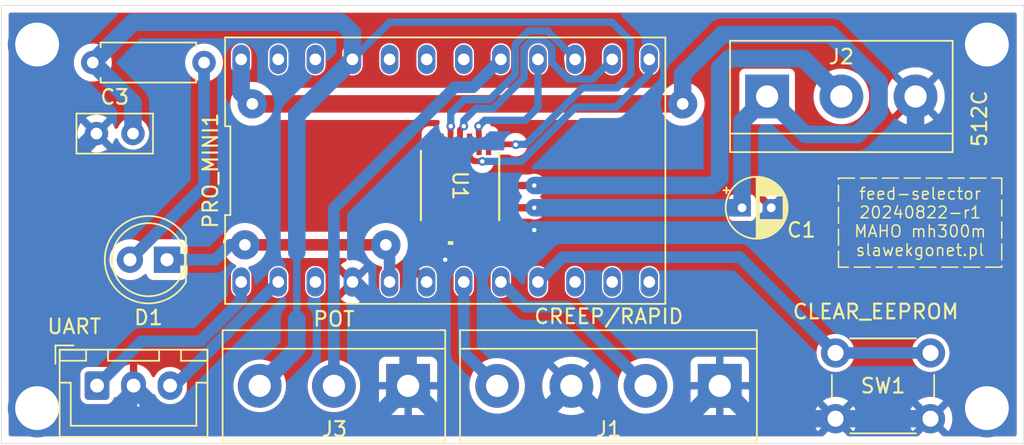
<source format=kicad_pcb>
(kicad_pcb (version 20240108) (generator "pcbnew") (generator_version "8.0")
  (layers (0 "F.Cu" signal) (31 "B.Cu" signal) (34 "B.Paste" user) (35 "F.Paste" user) (36 "B.SilkS" user "B.Silkscreen") (37 "F.SilkS" user "F.Silkscreen") (38 "B.Mask" user) (39 "F.Mask" user) (44 "Edge.Cuts" user))
  (net 0 "")
  (net 10 "Net-(J4-Pin_1)")
  (net 11 "Net-(J4-Pin_3)")
  (net 12 "GND")
  (net 13 "+3.3V")
  (net 14 "Net-(D1-K)")
  (net 15 "Net-(D1-A)")
  (net 16 "Net-(J1-Pin_4)")
  (net 17 "Net-(J1-Pin_2)")
  (net 18 "VOUT")
  (net 19 "Net-(J3-Pin_2)")
  (net 20 "Net-(PRO_MINI1-D12)")
  (net 21 "Net-(PRO_MINI1-D3)")
  (net 22 "Net-(PRO_MINI1-D11)")
  (net 23 "Net-(PRO_MINI1-D10)")
  (net 24 "Net-(PRO_MINI1-D6)")
  (net 25 "Net-(PRO_MINI1-D13)")
  (net 26 "+10V")
  (footprint "Capacitor_THT:CP_Radial_D4.0mm_P2.00mm" (layer "F.Cu") (at 76.2 54.356)
    (property "Reference" "C1" (at 4.064 1.524 0) (layer "F.SilkS"))
    (property "Value" "10uF 16V")
    (fp_line (start -1.269801 -1.195) (end -0.869801 -1.195) (stroke (width 0.12)) (layer "F.SilkS"))
    (fp_line (start -1.069801 -1.395) (end -1.069801 -0.995) (stroke (width 0.12)) (layer "F.SilkS"))
    (fp_line (start 1 -2.08) (end 1 2.08) (stroke (width 0.12)) (layer "F.SilkS"))
    (fp_line (start 1.04 -2.08) (end 1.04 2.08) (stroke (width 0.12)) (layer "F.SilkS"))
    (fp_line (start 1.08 -2.079) (end 1.08 2.079) (stroke (width 0.12)) (layer "F.SilkS"))
    (fp_line (start 1.12 -2.077) (end 1.12 2.077) (stroke (width 0.12)) (layer "F.SilkS"))
    (fp_line (start 1.16 -2.074) (end 1.16 2.074) (stroke (width 0.12)) (layer "F.SilkS"))
    (fp_line (start 1.2 -2.071) (end 1.2 -0.84) (stroke (width 0.12)) (layer "F.SilkS"))
    (fp_line (start 1.2 0.84) (end 1.2 2.071) (stroke (width 0.12)) (layer "F.SilkS"))
    (fp_line (start 1.24 -2.067) (end 1.24 -0.84) (stroke (width 0.12)) (layer "F.SilkS"))
    (fp_line (start 1.24 0.84) (end 1.24 2.067) (stroke (width 0.12)) (layer "F.SilkS"))
    (fp_line (start 1.28 -2.062) (end 1.28 -0.84) (stroke (width 0.12)) (layer "F.SilkS"))
    (fp_line (start 1.28 0.84) (end 1.28 2.062) (stroke (width 0.12)) (layer "F.SilkS"))
    (fp_line (start 1.32 -2.056) (end 1.32 -0.84) (stroke (width 0.12)) (layer "F.SilkS"))
    (fp_line (start 1.32 0.84) (end 1.32 2.056) (stroke (width 0.12)) (layer "F.SilkS"))
    (fp_line (start 1.36 -2.05) (end 1.36 -0.84) (stroke (width 0.12)) (layer "F.SilkS"))
    (fp_line (start 1.36 0.84) (end 1.36 2.05) (stroke (width 0.12)) (layer "F.SilkS"))
    (fp_line (start 1.4 -2.042) (end 1.4 -0.84) (stroke (width 0.12)) (layer "F.SilkS"))
    (fp_line (start 1.4 0.84) (end 1.4 2.042) (stroke (width 0.12)) (layer "F.SilkS"))
    (fp_line (start 1.44 -2.034) (end 1.44 -0.84) (stroke (width 0.12)) (layer "F.SilkS"))
    (fp_line (start 1.44 0.84) (end 1.44 2.034) (stroke (width 0.12)) (layer "F.SilkS"))
    (fp_line (start 1.48 -2.025) (end 1.48 -0.84) (stroke (width 0.12)) (layer "F.SilkS"))
    (fp_line (start 1.48 0.84) (end 1.48 2.025) (stroke (width 0.12)) (layer "F.SilkS"))
    (fp_line (start 1.52 -2.016) (end 1.52 -0.84) (stroke (width 0.12)) (layer "F.SilkS"))
    (fp_line (start 1.52 0.84) (end 1.52 2.016) (stroke (width 0.12)) (layer "F.SilkS"))
    (fp_line (start 1.56 -2.005) (end 1.56 -0.84) (stroke (width 0.12)) (layer "F.SilkS"))
    (fp_line (start 1.56 0.84) (end 1.56 2.005) (stroke (width 0.12)) (layer "F.SilkS"))
    (fp_line (start 1.6 -1.994) (end 1.6 -0.84) (stroke (width 0.12)) (layer "F.SilkS"))
    (fp_line (start 1.6 0.84) (end 1.6 1.994) (stroke (width 0.12)) (layer "F.SilkS"))
    (fp_line (start 1.64 -1.982) (end 1.64 -0.84) (stroke (width 0.12)) (layer "F.SilkS"))
    (fp_line (start 1.64 0.84) (end 1.64 1.982) (stroke (width 0.12)) (layer "F.SilkS"))
    (fp_line (start 1.68 -1.968) (end 1.68 -0.84) (stroke (width 0.12)) (layer "F.SilkS"))
    (fp_line (start 1.68 0.84) (end 1.68 1.968) (stroke (width 0.12)) (layer "F.SilkS"))
    (fp_line (start 1.721 -1.954) (end 1.721 -0.84) (stroke (width 0.12)) (layer "F.SilkS"))
    (fp_line (start 1.721 0.84) (end 1.721 1.954) (stroke (width 0.12)) (layer "F.SilkS"))
    (fp_line (start 1.761 -1.94) (end 1.761 -0.84) (stroke (width 0.12)) (layer "F.SilkS"))
    (fp_line (start 1.761 0.84) (end 1.761 1.94) (stroke (width 0.12)) (layer "F.SilkS"))
    (fp_line (start 1.801 -1.924) (end 1.801 -0.84) (stroke (width 0.12)) (layer "F.SilkS"))
    (fp_line (start 1.801 0.84) (end 1.801 1.924) (stroke (width 0.12)) (layer "F.SilkS"))
    (fp_line (start 1.841 -1.907) (end 1.841 -0.84) (stroke (width 0.12)) (layer "F.SilkS"))
    (fp_line (start 1.841 0.84) (end 1.841 1.907) (stroke (width 0.12)) (layer "F.SilkS"))
    (fp_line (start 1.881 -1.889) (end 1.881 -0.84) (stroke (width 0.12)) (layer "F.SilkS"))
    (fp_line (start 1.881 0.84) (end 1.881 1.889) (stroke (width 0.12)) (layer "F.SilkS"))
    (fp_line (start 1.921 -1.87) (end 1.921 -0.84) (stroke (width 0.12)) (layer "F.SilkS"))
    (fp_line (start 1.921 0.84) (end 1.921 1.87) (stroke (width 0.12)) (layer "F.SilkS"))
    (fp_line (start 1.961 -1.851) (end 1.961 -0.84) (stroke (width 0.12)) (layer "F.SilkS"))
    (fp_line (start 1.961 0.84) (end 1.961 1.851) (stroke (width 0.12)) (layer "F.SilkS"))
    (fp_line (start 2.001 -1.83) (end 2.001 -0.84) (stroke (width 0.12)) (layer "F.SilkS"))
    (fp_line (start 2.001 0.84) (end 2.001 1.83) (stroke (width 0.12)) (layer "F.SilkS"))
    (fp_line (start 2.041 -1.808) (end 2.041 -0.84) (stroke (width 0.12)) (layer "F.SilkS"))
    (fp_line (start 2.041 0.84) (end 2.041 1.808) (stroke (width 0.12)) (layer "F.SilkS"))
    (fp_line (start 2.081 -1.785) (end 2.081 -0.84) (stroke (width 0.12)) (layer "F.SilkS"))
    (fp_line (start 2.081 0.84) (end 2.081 1.785) (stroke (width 0.12)) (layer "F.SilkS"))
    (fp_line (start 2.121 -1.76) (end 2.121 -0.84) (stroke (width 0.12)) (layer "F.SilkS"))
    (fp_line (start 2.121 0.84) (end 2.121 1.76) (stroke (width 0.12)) (layer "F.SilkS"))
    (fp_line (start 2.161 -1.735) (end 2.161 -0.84) (stroke (width 0.12)) (layer "F.SilkS"))
    (fp_line (start 2.161 0.84) (end 2.161 1.735) (stroke (width 0.12)) (layer "F.SilkS"))
    (fp_line (start 2.201 -1.708) (end 2.201 -0.84) (stroke (width 0.12)) (layer "F.SilkS"))
    (fp_line (start 2.201 0.84) (end 2.201 1.708) (stroke (width 0.12)) (layer "F.SilkS"))
    (fp_line (start 2.241 -1.68) (end 2.241 -0.84) (stroke (width 0.12)) (layer "F.SilkS"))
    (fp_line (start 2.241 0.84) (end 2.241 1.68) (stroke (width 0.12)) (layer "F.SilkS"))
    (fp_line (start 2.281 -1.65) (end 2.281 -0.84) (stroke (width 0.12)) (layer "F.SilkS"))
    (fp_line (start 2.281 0.84) (end 2.281 1.65) (stroke (width 0.12)) (layer "F.SilkS"))
    (fp_line (start 2.321 -1.619) (end 2.321 -0.84) (stroke (width 0.12)) (layer "F.SilkS"))
    (fp_line (start 2.321 0.84) (end 2.321 1.619) (stroke (width 0.12)) (layer "F.SilkS"))
    (fp_line (start 2.361 -1.587) (end 2.361 -0.84) (stroke (width 0.12)) (layer "F.SilkS"))
    (fp_line (start 2.361 0.84) (end 2.361 1.587) (stroke (width 0.12)) (layer "F.SilkS"))
    (fp_line (start 2.401 -1.552) (end 2.401 -0.84) (stroke (width 0.12)) (layer "F.SilkS"))
    (fp_line (start 2.401 0.84) (end 2.401 1.552) (stroke (width 0.12)) (layer "F.SilkS"))
    (fp_line (start 2.441 -1.516) (end 2.441 -0.84) (stroke (width 0.12)) (layer "F.SilkS"))
    (fp_line (start 2.441 0.84) (end 2.441 1.516) (stroke (width 0.12)) (layer "F.SilkS"))
    (fp_line (start 2.481 -1.478) (end 2.481 -0.84) (stroke (width 0.12)) (layer "F.SilkS"))
    (fp_line (start 2.481 0.84) (end 2.481 1.478) (stroke (width 0.12)) (layer "F.SilkS"))
    (fp_line (start 2.521 -1.438) (end 2.521 -0.84) (stroke (width 0.12)) (layer "F.SilkS"))
    (fp_line (start 2.521 0.84) (end 2.521 1.438) (stroke (width 0.12)) (layer "F.SilkS"))
    (fp_line (start 2.561 -1.396) (end 2.561 -0.84) (stroke (width 0.12)) (layer "F.SilkS"))
    (fp_line (start 2.561 0.84) (end 2.561 1.396) (stroke (width 0.12)) (layer "F.SilkS"))
    (fp_line (start 2.601 -1.351) (end 2.601 -0.84) (stroke (width 0.12)) (layer "F.SilkS"))
    (fp_line (start 2.601 0.84) (end 2.601 1.351) (stroke (width 0.12)) (layer "F.SilkS"))
    (fp_line (start 2.641 -1.304) (end 2.641 -0.84) (stroke (width 0.12)) (layer "F.SilkS"))
    (fp_line (start 2.641 0.84) (end 2.641 1.304) (stroke (width 0.12)) (layer "F.SilkS"))
    (fp_line (start 2.681 -1.254) (end 2.681 -0.84) (stroke (width 0.12)) (layer "F.SilkS"))
    (fp_line (start 2.681 0.84) (end 2.681 1.254) (stroke (width 0.12)) (layer "F.SilkS"))
    (fp_line (start 2.721 -1.2) (end 2.721 -0.84) (stroke (width 0.12)) (layer "F.SilkS"))
    (fp_line (start 2.721 0.84) (end 2.721 1.2) (stroke (width 0.12)) (layer "F.SilkS"))
    (fp_line (start 2.761 -1.142) (end 2.761 -0.84) (stroke (width 0.12)) (layer "F.SilkS"))
    (fp_line (start 2.761 0.84) (end 2.761 1.142) (stroke (width 0.12)) (layer "F.SilkS"))
    (fp_line (start 2.801 -1.08) (end 2.801 -0.84) (stroke (width 0.12)) (layer "F.SilkS"))
    (fp_line (start 2.801 0.84) (end 2.801 1.08) (stroke (width 0.12)) (layer "F.SilkS"))
    (fp_line (start 2.841 -1.013) (end 2.841 1.013) (stroke (width 0.12)) (layer "F.SilkS"))
    (fp_line (start 2.881 -0.94) (end 2.881 0.94) (stroke (width 0.12)) (layer "F.SilkS"))
    (fp_line (start 2.921 -0.859) (end 2.921 0.859) (stroke (width 0.12)) (layer "F.SilkS"))
    (fp_line (start 2.961 -0.768) (end 2.961 0.768) (stroke (width 0.12)) (layer "F.SilkS"))
    (fp_line (start 3.001 -0.664) (end 3.001 0.664) (stroke (width 0.12)) (layer "F.SilkS"))
    (fp_line (start 3.041 -0.537) (end 3.041 0.537) (stroke (width 0.12)) (layer "F.SilkS"))
    (fp_line (start 3.081 -0.37) (end 3.081 0.37) (stroke (width 0.12)) (layer "F.SilkS"))
    (fp_circle (center 1 0) (end 3.12 0) (stroke (width 0.12)) (fill none) (layer "F.SilkS"))
    (pad "1" thru_hole rect (at 0 0) (size 1.2 1.2) (drill 0.6) (layers "*.Cu" "*.Mask") (net 26 "+10V"))
    (pad "2" thru_hole circle (at 2 0) (size 1.2 1.2) (drill 0.6) (layers "*.Cu" "*.Mask") (net 12 "GND"))
  )
  (footprint "Connector_JST:JST_XH_B3B-XH-A_1x03_P2.50mm_Vertical" (layer "F.Cu") (at 32.044 66.531)
    (property "Reference" "J4" (hide yes))
    (property "Value" "UART" (at -1.564 -4.047 180) (layer "F.SilkS"))
    (fp_line (start -2.85 -2.75) (end -2.85 -1.5) (stroke (width 0.12)) (layer "F.SilkS"))
    (fp_line (start -2.56 -2.46) (end -2.56 3.51) (stroke (width 0.12)) (layer "F.SilkS"))
    (fp_line (start -2.56 3.51) (end 7.56 3.51) (stroke (width 0.12)) (layer "F.SilkS"))
    (fp_line (start -2.55 -2.45) (end -2.55 -1.7) (stroke (width 0.12)) (layer "F.SilkS"))
    (fp_line (start -2.55 -1.7) (end -0.75 -1.7) (stroke (width 0.12)) (layer "F.SilkS"))
    (fp_line (start -2.55 -0.2) (end -1.8 -0.2) (stroke (width 0.12)) (layer "F.SilkS"))
    (fp_line (start -1.8 -0.2) (end -1.8 2.75) (stroke (width 0.12)) (layer "F.SilkS"))
    (fp_line (start -1.8 2.75) (end 2.5 2.75) (stroke (width 0.12)) (layer "F.SilkS"))
    (fp_line (start -1.6 -2.75) (end -2.85 -2.75) (stroke (width 0.12)) (layer "F.SilkS"))
    (fp_line (start -0.75 -2.45) (end -2.55 -2.45) (stroke (width 0.12)) (layer "F.SilkS"))
    (fp_line (start -0.75 -1.7) (end -0.75 -2.45) (stroke (width 0.12)) (layer "F.SilkS"))
    (fp_line (start 0.75 -2.45) (end 0.75 -1.7) (stroke (width 0.12)) (layer "F.SilkS"))
    (fp_line (start 0.75 -1.7) (end 4.25 -1.7) (stroke (width 0.12)) (layer "F.SilkS"))
    (fp_line (start 4.25 -2.45) (end 0.75 -2.45) (stroke (width 0.12)) (layer "F.SilkS"))
    (fp_line (start 4.25 -1.7) (end 4.25 -2.45) (stroke (width 0.12)) (layer "F.SilkS"))
    (fp_line (start 5.75 -2.45) (end 5.75 -1.7) (stroke (width 0.12)) (layer "F.SilkS"))
    (fp_line (start 5.75 -1.7) (end 7.55 -1.7) (stroke (width 0.12)) (layer "F.SilkS"))
    (fp_line (start 6.8 -0.2) (end 6.8 2.75) (stroke (width 0.12)) (layer "F.SilkS"))
    (fp_line (start 6.8 2.75) (end 2.5 2.75) (stroke (width 0.12)) (layer "F.SilkS"))
    (fp_line (start 7.55 -2.45) (end 5.75 -2.45) (stroke (width 0.12)) (layer "F.SilkS"))
    (fp_line (start 7.55 -1.7) (end 7.55 -2.45) (stroke (width 0.12)) (layer "F.SilkS"))
    (fp_line (start 7.55 -0.2) (end 6.8 -0.2) (stroke (width 0.12)) (layer "F.SilkS"))
    (fp_line (start 7.56 -2.46) (end -2.56 -2.46) (stroke (width 0.12)) (layer "F.SilkS"))
    (fp_line (start 7.56 3.51) (end 7.56 -2.46) (stroke (width 0.12)) (layer "F.SilkS"))
    (pad "1" thru_hole roundrect (at 0 0) (size 1.7 1.95) (drill 0.95) (layers "*.Cu" "*.Mask") (roundrect_rratio 0.147059) (net 10 "Net-(J4-Pin_1)"))
    (pad "2" thru_hole oval (at 2.5 0) (size 1.7 1.95) (drill 0.95) (layers "*.Cu" "*.Mask") (net 12 "GND"))
    (pad "3" thru_hole oval (at 5 0) (size 1.7 1.95) (drill 0.95) (layers "*.Cu" "*.Mask") (net 11 "Net-(J4-Pin_3)"))
  )
  (footprint "Resistor_THT:R_Axial_DIN0207_L6.3mm_D2.5mm_P7.62mm_Horizontal" (layer "F.Cu") (at 39.37 44.414 180)
    (property "Reference" "R1" (hide yes))
    (property "Value" "R8K3")
    (fp_line (start 7.08 1.37) (end 7.08 1.04) (stroke (width 0.12)) (layer "F.SilkS"))
    (fp_line (start 7.08 -1.37) (end 7.08 -1.04) (stroke (width 0.12)) (layer "F.SilkS"))
    (fp_line (start 0.54 1.37) (end 7.08 1.37) (stroke (width 0.12)) (layer "F.SilkS"))
    (fp_line (start 0.54 1.04) (end 0.54 1.37) (stroke (width 0.12)) (layer "F.SilkS"))
    (fp_line (start 0.54 -1.04) (end 0.54 -1.37) (stroke (width 0.12)) (layer "F.SilkS"))
    (fp_line (start 0.54 -1.37) (end 7.08 -1.37) (stroke (width 0.12)) (layer "F.SilkS"))
    (pad "1" thru_hole circle (at 0 0 180) (size 1.6 1.6) (drill 0.8) (layers "*.Cu" "*.Mask") (net 15 "Net-(D1-A)"))
    (pad "2" thru_hole oval (at 7.62 0 180) (size 1.6 1.6) (drill 0.8) (layers "*.Cu" "*.Mask") (net 13 "+3.3V"))
  )
  (footprint "footprints:TSSOP14_MC_MCH" (layer "F.Cu") (at 56.896 52.832 -90)
    (property "Reference" "U1" (at 0 0 -90) (layer "F.SilkS"))
    (property "Value" "MCP41HV51-103E/ST")
    (fp_line (start -2.3749 2.6797) (end 2.3749 2.6797) (stroke (width 0.1524)) (layer "F.SilkS"))
    (fp_line (start 2.3749 -2.6797) (end -2.3749 -2.6797) (stroke (width 0.1524)) (layer "F.SilkS"))
    (fp_poly (pts (xy 4.064 0.459499) (xy 4.064 0.840499) (xy 3.81 0.840499) (xy 3.81 0.459499)) (fill solid) (layer "F.SilkS"))
    (pad "1" smd rect (at -2.8194 -1.950001 270) (size 1.4732 0.3556) (layers "F.Cu" "F.Paste" "F.Mask") (net 13 "+3.3V"))
    (pad "2" smd rect (at -2.8194 -1.3 270) (size 1.4732 0.3556) (layers "F.Cu" "F.Paste" "F.Mask") (net 25 "Net-(PRO_MINI1-D13)"))
    (pad "3" smd rect (at -2.8194 -0.649999 270) (size 1.4732 0.3556) (layers "F.Cu" "F.Paste" "F.Mask") (net 23 "Net-(PRO_MINI1-D10)"))
    (pad "4" smd rect (at -2.8194 0 270) (size 1.4732 0.3556) (layers "F.Cu" "F.Paste" "F.Mask") (net 22 "Net-(PRO_MINI1-D11)"))
    (pad "5" smd rect (at -2.8194 0.649999 270) (size 1.4732 0.3556) (layers "F.Cu" "F.Paste" "F.Mask") (net 20 "Net-(PRO_MINI1-D12)"))
    (pad "6" smd rect (at -2.8194 1.3 270) (size 1.4732 0.3556) (layers "F.Cu" "F.Paste" "F.Mask") (net 12 "GND"))
    (pad "7" smd rect (at -2.8194 1.949999 270) (size 1.4732 0.3556) (layers "F.Cu" "F.Paste" "F.Mask") (net 21 "Net-(PRO_MINI1-D3)"))
    (pad "8" smd rect (at 2.8194 1.950001 270) (size 1.4732 0.3556) (layers "F.Cu" "F.Paste" "F.Mask"))
    (pad "9" smd rect (at 2.8194 1.3 270) (size 1.4732 0.3556) (layers "F.Cu" "F.Paste" "F.Mask") (net 12 "GND"))
    (pad "10" smd rect (at 2.8194 0.650001 270) (size 1.4732 0.3556) (layers "F.Cu" "F.Paste" "F.Mask") (net 12 "GND"))
    (pad "11" smd rect (at 2.8194 0 270) (size 1.4732 0.3556) (layers "F.Cu" "F.Paste" "F.Mask") (net 12 "GND"))
    (pad "12" smd rect (at 2.8194 -0.649999 270) (size 1.4732 0.3556) (layers "F.Cu" "F.Paste" "F.Mask") (net 18 "VOUT"))
    (pad "13" smd rect (at 2.8194 -1.3 270) (size 1.4732 0.3556) (layers "F.Cu" "F.Paste" "F.Mask") (net 26 "+10V"))
    (pad "14" smd rect (at 2.8194 -1.949999 270) (size 1.4732 0.3556) (layers "F.Cu" "F.Paste" "F.Mask") (net 26 "+10V"))
  )
  (footprint "TerminalBlock:TerminalBlock_bornier-4_P5.08mm" (layer "F.Cu") (at 74.676 66.548 180)
    (property "Reference" "J1" (at 7.6 -2.96 0) (layer "F.SilkS"))
    (property "Value" "CREEP/RAPID" (at 7.6 4.75 0) (layer "F.SilkS"))
    (fp_line (start 17.78 3.81) (end 17.78 -3.81) (stroke (width 0.12)) (layer "F.SilkS"))
    (fp_line (start 17.78 2.54) (end -2.54 2.54) (stroke (width 0.12)) (layer "F.SilkS"))
    (fp_line (start -2.54 3.81) (end 17.78 3.81) (stroke (width 0.12)) (layer "F.SilkS"))
    (fp_line (start -2.54 -3.81) (end 17.78 -3.81) (stroke (width 0.12)) (layer "F.SilkS"))
    (fp_line (start -2.54 -3.81) (end -2.54 3.81) (stroke (width 0.12)) (layer "F.SilkS"))
    (pad "1" thru_hole rect (at 0 0 180) (size 3 3) (drill 1.52) (layers "*.Cu" "*.Mask") (net 12 "GND"))
    (pad "2" thru_hole circle (at 5.08 0 180) (size 3 3) (drill 1.52) (layers "*.Cu" "*.Mask") (net 17 "Net-(J1-Pin_2)"))
    (pad "3" thru_hole circle (at 10.16 0 180) (size 3 3) (drill 1.52) (layers "*.Cu" "*.Mask") (net 12 "GND"))
    (pad "4" thru_hole circle (at 15.24 0 180) (size 3 3) (drill 1.52) (layers "*.Cu" "*.Mask") (net 16 "Net-(J1-Pin_4)"))
  )
  (footprint "TerminalBlock:TerminalBlock_bornier-3_P5.08mm" (layer "F.Cu") (at 53.34 66.548 180)
    (property "Reference" "J3" (at 5.04 -2.96 0) (layer "F.SilkS"))
    (property "Value" "POT" (at 5.08 4.572 0) (layer "F.SilkS"))
    (fp_line (start 12.7 3.81) (end 12.7 -3.81) (stroke (width 0.12)) (layer "F.SilkS"))
    (fp_line (start -2.54 3.81) (end 12.7 3.81) (stroke (width 0.12)) (layer "F.SilkS"))
    (fp_line (start -2.54 3.81) (end -2.54 -3.81) (stroke (width 0.12)) (layer "F.SilkS"))
    (fp_line (start -2.54 2.54) (end 12.7 2.54) (stroke (width 0.12)) (layer "F.SilkS"))
    (fp_line (start -2.54 -3.81) (end 12.7 -3.81) (stroke (width 0.12)) (layer "F.SilkS"))
    (pad "1" thru_hole rect (at 0 0 180) (size 3 3) (drill 1.52) (layers "*.Cu" "*.Mask") (net 12 "GND"))
    (pad "2" thru_hole circle (at 5.08 0 180) (size 3 3) (drill 1.52) (layers "*.Cu" "*.Mask") (net 19 "Net-(J3-Pin_2)"))
    (pad "3" thru_hole circle (at 10.16 0 180) (size 3 3) (drill 1.52) (layers "*.Cu" "*.Mask") (net 13 "+3.3V"))
  )
  (footprint "00_Module:Arduino_Pro_Mini" (layer "F.Cu") (at 55.88 51.816)
    (property "Reference" "PRO_MINI1" (at -16.07 0 90) (layer "F.SilkS"))
    (property "Value" "~")
    (fp_line (start -15.07 -9.12) (end -15.07 -3.04) (stroke (width 0.12)) (layer "F.SilkS"))
    (fp_line (start -15.07 -3.04) (end -14.71 -3.04) (stroke (width 0.12)) (layer "F.SilkS"))
    (fp_line (start -15.07 3.039999) (end -15.07 9.12) (stroke (width 0.12)) (layer "F.SilkS"))
    (fp_line (start -15.07 9.12) (end 15.07 9.12) (stroke (width 0.12)) (layer "F.SilkS"))
    (fp_line (start -14.71 -3.04) (end -14.71 3.039999) (stroke (width 0.12)) (layer "F.SilkS"))
    (fp_line (start -14.71 3.039999) (end -15.07 3.039999) (stroke (width 0.12)) (layer "F.SilkS"))
    (fp_line (start 15.07 -9.12) (end -15.07 -9.12) (stroke (width 0.12)) (layer "F.SilkS"))
    (fp_line (start 15.07 9.12) (end 15.07 -9.12) (stroke (width 0.12)) (layer "F.SilkS"))
    (pad "1" thru_hole oval (at -13.97 7.62) (size 1.2 2) (drill 0.8) (layers "*.Cu" "*.Mask") (net 10 "Net-(J4-Pin_1)"))
    (pad "2" thru_hole oval (at -11.43 7.62) (size 1.2 2) (drill 0.8) (layers "*.Cu" "*.Mask") (net 11 "Net-(J4-Pin_3)"))
    (pad "3" thru_hole oval (at -8.89 7.62) (size 1.2 2) (drill 0.8) (layers "*.Cu" "*.Mask"))
    (pad "4" thru_hole oval (at -6.35 7.62) (size 1.2 2) (drill 0.8) (layers "*.Cu" "*.Mask") (net 12 "GND"))
    (pad "5" thru_hole oval (at -3.81 7.62) (size 1.2 2) (drill 0.8) (layers "*.Cu" "*.Mask") (net 14 "Net-(D1-K)"))
    (pad "6" thru_hole oval (at -1.27 7.62) (size 1.2 2) (drill 0.8) (layers "*.Cu" "*.Mask") (net 21 "Net-(PRO_MINI1-D3)"))
    (pad "7" thru_hole oval (at 1.27 7.62) (size 1.2 2) (drill 0.8) (layers "*.Cu" "*.Mask") (net 16 "Net-(J1-Pin_4)"))
    (pad "8" thru_hole oval (at 3.81 7.62) (size 1.2 2) (drill 0.8) (layers "*.Cu" "*.Mask") (net 17 "Net-(J1-Pin_2)"))
    (pad "9" thru_hole oval (at 6.35 7.62) (size 1.2 2) (drill 0.8) (layers "*.Cu" "*.Mask") (net 24 "Net-(PRO_MINI1-D6)"))
    (pad "10" thru_hole oval (at 8.89 7.62) (size 1.2 2) (drill 0.8) (layers "*.Cu" "*.Mask"))
    (pad "11" thru_hole oval (at 11.43 7.62) (size 1.2 2) (drill 0.8) (layers "*.Cu" "*.Mask"))
    (pad "12" thru_hole oval (at 13.97 7.62) (size 1.2 2) (drill 0.8) (layers "*.Cu" "*.Mask"))
    (pad "13" thru_hole oval (at 13.97 -7.62) (size 1.2 2) (drill 0.8) (layers "*.Cu" "*.Mask") (net 23 "Net-(PRO_MINI1-D10)"))
    (pad "14" thru_hole oval (at 11.43 -7.62) (size 1.2 2) (drill 0.8) (layers "*.Cu" "*.Mask") (net 22 "Net-(PRO_MINI1-D11)"))
    (pad "15" thru_hole oval (at 8.89 -7.62) (size 1.2 2) (drill 0.8) (layers "*.Cu" "*.Mask") (net 20 "Net-(PRO_MINI1-D12)"))
    (pad "16" thru_hole oval (at 6.35 -7.62) (size 1.2 2) (drill 0.8) (layers "*.Cu" "*.Mask") (net 25 "Net-(PRO_MINI1-D13)"))
    (pad "17" thru_hole oval (at 3.81 -7.62) (size 1.2 2) (drill 0.8) (layers "*.Cu" "*.Mask") (net 19 "Net-(J3-Pin_2)"))
    (pad "18" thru_hole oval (at 1.27 -7.62) (size 1.2 2) (drill 0.8) (layers "*.Cu" "*.Mask"))
    (pad "19" thru_hole oval (at -1.27 -7.62) (size 1.2 2) (drill 0.8) (layers "*.Cu" "*.Mask"))
    (pad "20" thru_hole oval (at -3.81 -7.62) (size 1.2 2) (drill 0.8) (layers "*.Cu" "*.Mask"))
    (pad "21" thru_hole oval (at -6.35 -7.62) (size 1.2 2) (drill 0.8) (layers "*.Cu" "*.Mask") (net 13 "+3.3V"))
    (pad "22" thru_hole oval (at -8.89 -7.62) (size 1.2 2) (drill 0.8) (layers "*.Cu" "*.Mask"))
    (pad "23" thru_hole oval (at -11.43 -7.62) (size 1.2 2) (drill 0.8) (layers "*.Cu" "*.Mask"))
    (pad "24" thru_hole oval (at -13.97 -7.62) (size 1.2 2) (drill 0.8) (layers "*.Cu" "*.Mask") (net 26 "+10V"))
  )
  (footprint "Capacitor_THT:C_Disc_D5.0mm_W2.5mm_P2.50mm" (layer "F.Cu") (at 32.004 49.276)
    (property "Reference" "C3" (at 1.25 -2.5 0) (layer "F.SilkS"))
    (property "Value" "100nF")
    (fp_line (start -1.37 -1.37) (end -1.37 1.37) (stroke (width 0.12)) (layer "F.SilkS"))
    (fp_line (start -1.37 -1.37) (end 3.87 -1.37) (stroke (width 0.12)) (layer "F.SilkS"))
    (fp_line (start -1.37 1.37) (end 3.87 1.37) (stroke (width 0.12)) (layer "F.SilkS"))
    (fp_line (start 3.87 -1.37) (end 3.87 1.37) (stroke (width 0.12)) (layer "F.SilkS"))
    (pad "1" thru_hole circle (at 0 0) (size 1.6 1.6) (drill 0.8) (layers "*.Cu" "*.Mask") (net 12 "GND"))
    (pad "2" thru_hole circle (at 2.5 0) (size 1.6 1.6) (drill 0.8) (layers "*.Cu" "*.Mask") (net 13 "+3.3V"))
  )
  (footprint "Button_Switch_THT:SW_PUSH_6mm" (layer "F.Cu") (at 89.102 68.798 180)
    (property "Reference" "SW1" (hide yes))
    (property "Value" "CLEAR_EEPROM" (at 3.75 7.33 0) (layer "F.SilkS"))
    (fp_line (start 6.75 3) (end 6.75 1.5) (stroke (width 0.12)) (layer "F.SilkS"))
    (fp_line (start 5.5 -1) (end 1 -1) (stroke (width 0.12)) (layer "F.SilkS"))
    (fp_line (start 1 5.5) (end 5.5 5.5) (stroke (width 0.12)) (layer "F.SilkS"))
    (fp_line (start -0.25 1.5) (end -0.25 3) (stroke (width 0.12)) (layer "F.SilkS"))
    (fp_text user "${REFERENCE}" (at 3.25 2.25 0) (layer "F.SilkS"))
    (pad "1" thru_hole circle (at 0 0 270) (size 2 2) (drill 1.1) (layers "*.Cu" "*.Mask") (net 12 "GND"))
    (pad "1" thru_hole circle (at 6.5 0 270) (size 2 2) (drill 1.1) (layers "*.Cu" "*.Mask") (net 12 "GND"))
    (pad "2" thru_hole circle (at 0 4.5 270) (size 2 2) (drill 1.1) (layers "*.Cu" "*.Mask") (net 24 "Net-(PRO_MINI1-D6)"))
    (pad "2" thru_hole circle (at 6.5 4.5 270) (size 2 2) (drill 1.1) (layers "*.Cu" "*.Mask") (net 24 "Net-(PRO_MINI1-D6)"))
  )
  (footprint "TerminalBlock:TerminalBlock_bornier-3_P5.08mm" (layer "F.Cu") (at 77.92 46.736)
    (property "Reference" "J2" (at 5.08 -2.72 0) (layer "F.SilkS"))
    (property "Value" "512C" (at 14.536 1.524 -90) (layer "F.SilkS"))
    (fp_line (start -2.54 -3.81) (end 12.7 -3.81) (stroke (width 0.12)) (layer "F.SilkS"))
    (fp_line (start -2.54 2.54) (end 12.7 2.54) (stroke (width 0.12)) (layer "F.SilkS"))
    (fp_line (start -2.54 3.81) (end -2.54 -3.81) (stroke (width 0.12)) (layer "F.SilkS"))
    (fp_line (start -2.54 3.81) (end 12.7 3.81) (stroke (width 0.12)) (layer "F.SilkS"))
    (fp_line (start 12.7 3.81) (end 12.7 -3.81) (stroke (width 0.12)) (layer "F.SilkS"))
    (pad "1" thru_hole rect (at 0 0) (size 3 3) (drill 1.52) (layers "*.Cu" "*.Mask") (net 26 "+10V"))
    (pad "2" thru_hole circle (at 5.08 0) (size 3 3) (drill 1.52) (layers "*.Cu" "*.Mask") (net 18 "VOUT"))
    (pad "3" thru_hole circle (at 10.16 0) (size 3 3) (drill 1.52) (layers "*.Cu" "*.Mask") (net 12 "GND"))
  )
  (footprint "LED_THT:LED_D5.0mm" (layer "F.Cu") (at 36.835 57.912 180)
    (property "Reference" "D1" (at 1.27 -3.96 0) (layer "F.SilkS"))
    (property "Value" "LED")
    (fp_line (start -1.29 -1.545) (end -1.29 1.545) (stroke (width 0.12)) (layer "F.SilkS"))
    (fp_arc (start 4.26 -0.000462) (mid 2.072002 2.880433) (end -1.29 1.54483) (stroke (width 0.12)) (layer "F.SilkS"))
    (fp_arc (start -1.29 -1.54483) (mid 2.072002 -2.880433) (end 4.26 0.000462) (stroke (width 0.12)) (layer "F.SilkS"))
    (fp_circle (center 1.27 0) (end 3.77 0) (stroke (width 0.12)) (fill none) (layer "F.SilkS"))
    (pad "1" thru_hole rect (at 0 0 180) (size 1.8 1.8) (drill 0.9) (layers "*.Cu" "*.Mask") (net 14 "Net-(D1-K)"))
    (pad "2" thru_hole circle (at 2.54 0 180) (size 1.8 1.8) (drill 0.9) (layers "*.Cu" "*.Mask") (net 15 "Net-(D1-A)"))
  )
  (gr_rect (start 25.5 40.5) (end 95.5 70.5) (stroke (width 0.05)) (fill none) (layer "Edge.Cuts"))
  (gr_text_box "feed-selector\n20240822-r1\nMAHO mh300m\nslawekgonet.pl" (start 82.804 52.324) (end 93.98 58.42) (layer "F.SilkS") (effects (font (size 0.8 0.8) (thickness 0.1)) (justify top)) (border yes) (stroke (width 0.1) (type dash)))
  (segment (start 41.91 60.703208) (end 39.114604 63.498604) (width 0.8) (layer "B.Cu") (net 10))
  (segment (start 41.91 59.436) (end 41.91 60.703208) (width 0.8) (layer "B.Cu") (net 10))
  (segment (start 35.076396 63.498604) (end 32.044 66.531) (width 0.8) (layer "B.Cu") (net 10))
  (segment (start 39.114604 63.498604) (end 35.076396 63.498604) (width 0.8) (layer "B.Cu") (net 10))
  (segment (start 44.45 59.436) (end 37.355 66.531) (width 0.8) (layer "B.Cu") (net 11))
  (segment (start 37.355 66.531) (end 37.044 66.531) (width 0.8) (layer "B.Cu") (net 11))
  (segment (start 55.596 51.2492) (end 55.596 50.0126) (width 0.4) (layer "F.Cu") (net 12))
  (segment (start 55.596 55.6514) (end 55.596 55.148) (width 0.4) (layer "F.Cu") (net 12))
  (segment (start 57.412 57.404) (end 56.896 56.888) (width 0.5) (layer "F.Cu") (net 12))
  (segment (start 56.245999 54.498001) (end 56.896 53.848) (width 0.5) (layer "F.Cu") (net 12))
  (segment (start 55.88 57.404) (end 55.88 57.912) (width 0.5) (layer "F.Cu") (net 12))
  (segment (start 60.452 57.404) (end 57.412 57.404) (width 0.5) (layer "F.Cu") (net 12))
  (segment (start 55.596 55.148) (end 56.245999 54.498001) (width 0.4) (layer "F.Cu") (net 12))
  (segment (start 61.976 55.88) (end 60.452 57.404) (width 0.5) (layer "F.Cu") (net 12))
  (segment (start 56.896 52.5492) (end 55.596 51.2492) (width 0.5) (layer "F.Cu") (net 12))
  (segment (start 56.896 56.888) (end 56.896 55.6514) (width 0.5) (layer "F.Cu") (net 12))
  (segment (start 56.245999 55.6514) (end 56.245999 57.038001) (width 0.4) (layer "F.Cu") (net 12))
  (segment (start 56.896 55.6514) (end 56.896 53.848) (width 0.5) (layer "F.Cu") (net 12))
  (segment (start 56.896 53.848) (end 56.896 52.5492) (width 0.5) (layer "F.Cu") (net 12))
  (segment (start 56.245999 57.038001) (end 55.88 57.404) (width 0.5) (layer "F.Cu") (net 12))
  (segment (start 56.245999 55.6514) (end 56.245999 54.498001) (width 0.4) (layer "F.Cu") (net 12))
  (via (at 55.88 57.912) (size 0.6) (drill 0.3) (layers "F.Cu" "B.Cu") (net 12))
  (via (at 92.964 43.18) (size 4) (drill 3) (layers "F.Cu" "B.Cu") (net 12))
  (via (at 92.964 68.072) (size 4) (drill 3) (layers "F.Cu" "B.Cu") (net 12))
  (via (at 27.94 43.18) (size 4) (drill 3) (layers "F.Cu" "B.Cu") (net 12))
  (via (at 27.94 68.072) (size 4) (drill 3) (layers "F.Cu" "B.Cu") (net 12))
  (via (at 61.976 55.88) (size 0.6) (drill 0.3) (layers "F.Cu" "B.Cu") (net 12))
  (segment (start 55.88 60.96) (end 53.34 63.5) (width 0.5) (layer "B.Cu") (net 12))
  (segment (start 64.516 66.548) (end 62.016 69.048) (width 1.2) (layer "B.Cu") (net 12))
  (segment (start 33.127274 68.406) (end 30.960726 68.406) (width 1.2) (layer "B.Cu") (net 12))
  (segment (start 34.544 66.989274) (end 33.127274 68.406) (width 1.2) (layer "B.Cu") (net 12))
  (segment (start 62.016 69.048) (end 55.84 69.048) (width 1.2) (layer "B.Cu") (net 12))
  (segment (start 67.016 69.048) (end 64.516 66.548) (width 1.2) (layer "B.Cu") (net 12))
  (segment (start 77.676 55.88) (end 61.976 55.88) (width 1.2) (layer "B.Cu") (net 12))
  (segment (start 53.34 63.5) (end 53.34 63.246) (width 1.2) (layer "B.Cu") (net 12))
  (segment (start 85.344 54.356) (end 78.2 54.356) (width 1.2) (layer "B.Cu") (net 12))
  (segment (start 78.2 54.356) (end 78.2 55.356) (width 1.2) (layer "B.Cu") (net 12))
  (segment (start 50.94 68.948) (end 36.861126 68.948) (width 1.2) (layer "B.Cu") (net 12))
  (segment (start 30.960726 68.406) (end 27.94 68.072) (width 1.2) (layer "B.Cu") (net 12))
  (segment (start 53.34 63.246) (end 49.53 59.436) (width 1.2) (layer "B.Cu") (net 12))
  (segment (start 74.676 66.548) (end 72.176 69.048) (width 1.2) (layer "B.Cu") (net 12))
  (segment (start 55.88 57.912) (end 55.88 60.96) (width 0.5) (layer "B.Cu") (net 12))
  (segment (start 34.544 66.630874) (end 34.544 66.531) (width 1.2) (layer "B.Cu") (net 12))
  (segment (start 88.08 46.736) (end 88.08 51.62) (width 1.2) (layer "B.Cu") (net 12))
  (segment (start 53.34 66.548) (end 50.94 68.948) (width 1.2) (layer "B.Cu") (net 12))
  (segment (start 53.34 66.548) (end 53.34 63.5) (width 1.2) (layer "B.Cu") (net 12))
  (segment (start 36.861126 68.948) (end 34.544 66.630874) (width 1.2) (layer "B.Cu") (net 12))
  (segment (start 27.94 68.072) (end 29.972 67.417274) (width 1.2) (layer "B.Cu") (net 12))
  (segment (start 34.544 66.531) (end 34.544 66.989274) (width 1.2) (layer "B.Cu") (net 12))
  (segment (start 55.84 69.048) (end 53.34 66.548) (width 1.2) (layer "B.Cu") (net 12))
  (segment (start 82.602 68.798) (end 76.926 68.798) (width 1.2) (layer "B.Cu") (net 12))
  (segment (start 72.176 69.048) (end 67.016 69.048) (width 1.2) (layer "B.Cu") (net 12))
  (segment (start 88.08 51.62) (end 85.344 54.356) (width 1.2) (layer "B.Cu") (net 12))
  (segment (start 29.972 51.308) (end 32.004 49.276) (width 1.2) (layer "B.Cu") (net 12))
  (segment (start 29.972 67.417274) (end 29.972 51.308) (width 1.2) (layer "B.Cu") (net 12))
  (segment (start 76.926 68.798) (end 74.676 66.548) (width 1.2) (layer "B.Cu") (net 12))
  (segment (start 89.102 68.798) (end 82.602 68.798) (width 1.2) (layer "B.Cu") (net 12))
  (segment (start 78.2 55.356) (end 77.676 55.88) (width 1.2) (layer "B.Cu") (net 12))
  (segment (start 60.6806 50.0126) (end 60.706 50.038) (width 0.4) (layer "F.Cu") (net 13))
  (segment (start 60.706 50.038) (end 60.7314 50.0126) (width 0.4) (layer "F.Cu") (net 13))
  (segment (start 58.846001 50.0126) (end 60.6806 50.0126) (width 0.4) (layer "F.Cu") (net 13))
  (via (at 60.706 50.038) (size 0.6) (drill 0.3) (layers "F.Cu" "B.Cu") (net 13))
  (segment (start 48.768 41.656) (end 49.53 42.418) (width 1.2) (layer "B.Cu") (net 13))
  (segment (start 45.72 57.404) (end 45.72 61.976) (width 0.5) (layer "B.Cu") (net 13))
  (segment (start 60.7314 50.0126) (end 61.406872 50.0126) (width 0.5) (layer "B.Cu") (net 13))
  (segment (start 67.3 41.646) (end 52.08 41.646) (width 0.5) (layer "B.Cu") (net 13))
  (segment (start 34.504 49.276) (end 34.504 47.168) (width 1.2) (layer "B.Cu") (net 13))
  (segment (start 49.53 42.418) (end 49.53 44.196) (width 1.2) (layer "B.Cu") (net 13))
  (segment (start 61.406872 50.0126) (end 65.273472 46.146) (width 0.5) (layer "B.Cu") (net 13))
  (segment (start 34.504 47.168) (end 31.75 44.414) (width 1.2) (layer "B.Cu") (net 13))
  (segment (start 68.58 42.926) (end 67.3 41.646) (width 0.5) (layer "B.Cu") (net 13))
  (segment (start 45.72 64.008) (end 45.72 61.976) (width 1.2) (layer "B.Cu") (net 13))
  (segment (start 67.628751 46.146) (end 68.58 45.194751) (width 0.5) (layer "B.Cu") (net 13))
  (segment (start 34.508 41.656) (end 48.768 41.656) (width 1.2) (layer "B.Cu") (net 13))
  (segment (start 49.53 44.196) (end 45.72 48.006) (width 1.2) (layer "B.Cu") (net 13))
  (segment (start 31.75 44.414) (end 34.508 41.656) (width 1.2) (layer "B.Cu") (net 13))
  (segment (start 45.72 48.006) (end 45.72 57.404) (width 1.2) (layer "B.Cu") (net 13))
  (segment (start 65.273472 46.146) (end 67.628751 46.146) (width 0.5) (layer "B.Cu") (net 13))
  (segment (start 52.08 41.646) (end 49.53 44.196) (width 0.5) (layer "B.Cu") (net 13))
  (segment (start 43.18 66.548) (end 45.72 64.008) (width 1.2) (layer "B.Cu") (net 13))
  (segment (start 68.58 45.194751) (end 68.58 42.926) (width 0.5) (layer "B.Cu") (net 13))
  (segment (start 42.164 56.896) (end 51.816 56.896) (width 0.8) (layer "F.Cu") (net 14))
  (via (at 42.164 56.896) (size 2) (drill 0.8) (layers "F.Cu" "B.Cu") (net 14))
  (via (at 51.816 56.896) (size 2) (drill 0.8) (layers "F.Cu" "B.Cu") (net 14))
  (segment (start 52.07 57.15) (end 51.816 56.896) (width 0.8) (layer "B.Cu") (net 14))
  (segment (start 41.148 56.896) (end 42.164 56.896) (width 0.8) (layer "B.Cu") (net 14))
  (segment (start 52.07 59.436) (end 52.07 57.15) (width 0.8) (layer "B.Cu") (net 14))
  (segment (start 40.132 57.912) (end 41.148 56.896) (width 0.8) (layer "B.Cu") (net 14))
  (segment (start 36.835 57.912) (end 40.132 57.912) (width 0.8) (layer "B.Cu") (net 14))
  (segment (start 39.37 44.414) (end 39.37 52.837) (width 0.8) (layer "B.Cu") (net 15))
  (segment (start 39.37 52.837) (end 34.295 57.912) (width 0.8) (layer "B.Cu") (net 15))
  (segment (start 59.436 66.548) (end 57.15 64.262) (width 0.8) (layer "B.Cu") (net 16))
  (segment (start 57.15 64.262) (end 57.15 59.436) (width 0.8) (layer "B.Cu") (net 16))
  (segment (start 69.596 66.548) (end 64.184 61.136) (width 0.8) (layer "B.Cu") (net 17))
  (segment (start 61.39 61.136) (end 59.69 59.436) (width 0.8) (layer "B.Cu") (net 17))
  (segment (start 64.184 61.136) (end 61.39 61.136) (width 0.8) (layer "B.Cu") (net 17))
  (segment (start 59.128799 52.832) (end 61.976 52.832) (width 0.5) (layer "F.Cu") (net 18))
  (segment (start 57.545999 54.4148) (end 57.545999 55.6514) (width 0.4) (layer "F.Cu") (net 18))
  (segment (start 57.545999 54.4148) (end 59.128799 52.832) (width 0.5) (layer "F.Cu") (net 18))
  (via (at 61.976 52.832) (size 0.6) (drill 0.3) (layers "F.Cu" "B.Cu") (net 18))
  (segment (start 74.676 52.324) (end 74.676 44.78) (width 1.2) (layer "B.Cu") (net 18))
  (segment (start 74.676 44.78) (end 75.32 44.136) (width 1.2) (layer "B.Cu") (net 18))
  (segment (start 75.32 44.136) (end 80.4 44.136) (width 1.2) (layer "B.Cu") (net 18))
  (segment (start 64.964 52.832) (end 74.168 52.832) (width 1.2) (layer "B.Cu") (net 18))
  (segment (start 64.964 52.832) (end 61.976 52.832) (width 1.2) (layer "B.Cu") (net 18))
  (segment (start 80.4 44.136) (end 83 46.736) (width 1.2) (layer "B.Cu") (net 18))
  (segment (start 74.168 52.832) (end 74.676 52.324) (width 1.2) (layer "B.Cu") (net 18))
  (segment (start 59.69 44.196) (end 57.785 46.101) (width 0.8) (layer "B.Cu") (net 19))
  (segment (start 48.26 54.38) (end 48.26 66.548) (width 0.8) (layer "B.Cu") (net 19))
  (segment (start 57.785 46.101) (end 56.539 46.101) (width 0.8) (layer "B.Cu") (net 19))
  (segment (start 56.539 46.101) (end 48.26 54.38) (width 0.8) (layer "B.Cu") (net 19))
  (segment (start 64.77 44.196) (end 64.77 44.143969) (width 0.5) (layer "F.Cu") (net 20))
  (segment (start 56.246001 48.776) (end 56.246001 50.0126) (width 0.4) (layer "F.Cu") (net 20))
  (via (at 56.261 48.768) (size 0.6) (drill 0.3) (layers "F.Cu" "B.Cu") (net 20))
  (segment (start 61.587969 42.246) (end 60.68 43.153969) (width 0.5) (layer "B.Cu") (net 20))
  (segment (start 56.261 48.768) (end 56.254001 48.768) (width 0.5) (layer "B.Cu") (net 20))
  (segment (start 57.186 46.954) (end 56.261 47.879) (width 0.5) (layer "B.Cu") (net 20))
  (segment (start 60.68 43.153969) (end 60.68 45.202) (width 0.5) (layer "B.Cu") (net 20))
  (segment (start 64.77 44.143969) (end 62.872031 42.246) (width 0.5) (layer "B.Cu") (net 20))
  (segment (start 56.261 47.879) (end 56.261 48.768) (width 0.5) (layer "B.Cu") (net 20))
  (segment (start 62.872031 42.246) (end 61.587969 42.246) (width 0.5) (layer "B.Cu") (net 20))
  (segment (start 60.68 45.202) (end 58.928 46.954) (width 0.5) (layer "B.Cu") (net 20))
  (segment (start 56.254001 48.768) (end 56.246001 48.776) (width 0.5) (layer "B.Cu") (net 20))
  (segment (start 58.928 46.954) (end 57.186 46.954) (width 0.5) (layer "B.Cu") (net 20))
  (segment (start 54.946001 50.0126) (end 54.946001 52.749999) (width 0.4) (layer "F.Cu") (net 21))
  (segment (start 53.848 53.848) (end 53.848 58.674) (width 0.5) (layer "F.Cu") (net 21))
  (segment (start 54.946001 52.749999) (end 53.848 53.848) (width 0.5) (layer "F.Cu") (net 21))
  (segment (start 53.848 58.674) (end 54.61 59.436) (width 0.5) (layer "F.Cu") (net 21))
  (segment (start 57.15 48.768) (end 56.896 49.022) (width 0.4) (layer "F.Cu") (net 22))
  (segment (start 56.896 49.022) (end 56.896 50.0126) (width 0.4) (layer "F.Cu") (net 22))
  (via (at 57.15 48.768) (size 0.6) (drill 0.3) (layers "F.Cu" "B.Cu") (net 22))
  (segment (start 59.176528 47.554) (end 57.983 47.554) (width 0.5) (layer "B.Cu") (net 22))
  (segment (start 62.623503 42.846) (end 61.836497 42.846) (width 0.5) (layer "B.Cu") (net 22))
  (segment (start 61.28 43.402497) (end 61.28 45.450528) (width 0.5) (layer "B.Cu") (net 22))
  (segment (start 64.312 45.546) (end 63.18 44.414) (width 0.5) (layer "B.Cu") (net 22))
  (segment (start 63.18 43.402497) (end 62.623503 42.846) (width 0.5) (layer "B.Cu") (net 22))
  (segment (start 63.18 44.414) (end 63.18 43.402497) (width 0.5) (layer "B.Cu") (net 22))
  (segment (start 65.96 45.546) (end 64.312 45.546) (width 0.5) (layer "B.Cu") (net 22))
  (segment (start 57.983 47.554) (end 57.15 48.387) (width 0.5) (layer "B.Cu") (net 22))
  (segment (start 67.31 44.196) (end 65.96 45.546) (width 0.5) (layer "B.Cu") (net 22))
  (segment (start 61.836497 42.846) (end 61.28 43.402497) (width 0.5) (layer "B.Cu") (net 22))
  (segment (start 57.15 48.387) (end 57.15 48.768) (width 0.5) (layer "B.Cu") (net 22))
  (segment (start 61.28 45.450528) (end 59.176528 47.554) (width 0.5) (layer "B.Cu") (net 22))
  (segment (start 57.545999 50.876999) (end 57.825 51.156) (width 0.4) (layer "F.Cu") (net 23))
  (segment (start 58.42 51.181) (end 58.42 51.156) (width 0.4) (layer "F.Cu") (net 23))
  (segment (start 57.825 51.156) (end 58.42 51.181) (width 0.4) (layer "F.Cu") (net 23))
  (segment (start 57.545999 50.0126) (end 57.545999 50.876999) (width 0.4) (layer "F.Cu") (net 23))
  (via (at 58.42 51.181) (size 0.6) (drill 0.3) (layers "F.Cu" "B.Cu") (net 23))
  (segment (start 64.806 47.462) (end 67.564 47.462) (width 0.5) (layer "B.Cu") (net 23))
  (segment (start 61.087 51.181) (end 64.806 47.462) (width 0.5) (layer "B.Cu") (net 23))
  (segment (start 67.564 47.462) (end 69.85 45.176) (width 0.5) (layer "B.Cu") (net 23))
  (segment (start 69.85 45.176) (end 69.85 44.196) (width 0.5) (layer "B.Cu") (net 23))
  (segment (start 58.42 51.181) (end 61.087 51.181) (width 0.5) (layer "B.Cu") (net 23))
  (segment (start 63.93 57.736) (end 76.04 57.736) (width 0.8) (layer "B.Cu") (net 24))
  (segment (start 89.102 64.298) (end 82.602 64.298) (width 0.8) (layer "B.Cu") (net 24))
  (segment (start 76.04 57.736) (end 82.602 64.298) (width 0.8) (layer "B.Cu") (net 24))
  (segment (start 62.23 59.436) (end 63.93 57.736) (width 0.8) (layer "B.Cu") (net 24))
  (segment (start 58.196 50.0126) (end 58.166 48.768) (width 0.4) (layer "F.Cu") (net 25))
  (segment (start 58.166 48.768) (end 58.196 48.756) (width 0.4) (layer "F.Cu") (net 25))
  (via (at 58.166 48.768) (size 0.6) (drill 0.3) (layers "F.Cu" "B.Cu") (net 25))
  (segment (start 61.356346 48.366) (end 62.23 47.492346) (width 0.5) (layer "B.Cu") (net 25))
  (segment (start 62.23 47.492346) (end 62.23 44.196) (width 0.5) (layer "B.Cu") (net 25))
  (segment (start 58.586 48.366) (end 61.356346 48.366) (width 0.5) (layer "B.Cu") (net 25))
  (segment (start 58.196 48.756) (end 58.586 48.366) (width 0.5) (layer "B.Cu") (net 25))
  (segment (start 58.845999 54.946001) (end 59.436 54.356) (width 0.4) (layer "F.Cu") (net 26))
  (segment (start 58.196 54.613327) (end 58.453327 54.356) (width 0.5) (layer "F.Cu") (net 26))
  (segment (start 59.436 54.356) (end 61.976 54.356) (width 0.5) (layer "F.Cu") (net 26))
  (segment (start 42.672 47.244) (end 72.136 47.244) (width 1.2) (layer "F.Cu") (net 26))
  (segment (start 58.845999 55.6514) (end 58.845999 54.946001) (width 0.4) (layer "F.Cu") (net 26))
  (segment (start 58.196 55.6514) (end 58.196 54.613327) (width 0.4) (layer "F.Cu") (net 26))
  (segment (start 58.453327 54.356) (end 59.436 54.356) (width 0.5) (layer "F.Cu") (net 26))
  (via (at 42.672 47.244) (size 2) (drill 0.8) (layers "F.Cu" "B.Cu") (net 26))
  (via (at 72.136 47.244) (size 2) (drill 0.8) (layers "F.Cu" "B.Cu") (net 26))
  (via (at 61.976 54.356) (size 0.6) (drill 0.3) (layers "F.Cu" "B.Cu") (net 26))
  (segment (start 82.295534 42.496) (end 74.852 42.496) (width 1.2) (layer "B.Cu") (net 26))
  (segment (start 76.2 54.356) (end 61.976 54.356) (width 1.2) (layer "B.Cu") (net 26))
  (segment (start 80.52 49.336) (end 84.076956 49.336) (width 1.2) (layer "B.Cu") (net 26))
  (segment (start 77.92 46.736) (end 80.52 49.336) (width 1.2) (layer "B.Cu") (net 26))
  (segment (start 74.852 42.496) (end 72.136 45.212) (width 1.2) (layer "B.Cu") (net 26))
  (segment (start 41.91 46.482) (end 42.672 47.244) (width 1.2) (layer "B.Cu") (net 26))
  (segment (start 85.58 45.780466) (end 82.295534 42.496) (width 1.2) (layer "B.Cu") (net 26))
  (segment (start 77.92 46.736) (end 76.2 48.456) (width 1.2) (layer "B.Cu") (net 26))
  (segment (start 41.91 44.196) (end 41.91 46.482) (width 1.2) (layer "B.Cu") (net 26))
  (segment (start 72.136 45.212) (end 72.136 47.244) (width 1.2) (layer "B.Cu") (net 26))
  (segment (start 76.2 48.456) (end 76.2 54.356) (width 1.2) (layer "B.Cu") (net 26))
  (segment (start 85.58 47.832956) (end 85.58 45.780466) (width 1.2) (layer "B.Cu") (net 26))
  (segment (start 84.076956 49.336) (end 85.58 47.832956) (width 1.2) (layer "B.Cu") (net 26))
  (zone (net 12) (net_name "GND") (layers "F&B.Cu") (connect_pads (clearance 0.5)) (min_thickness 0.25) (fill yes (thermal_gap 0.5) (thermal_bridge_width 0.5))
    (polygon (pts (xy 95.504 40.132) (xy 95.504 70.612) (xy 25.4 70.612) (xy 25.4 40.132)))
  )
)
</source>
